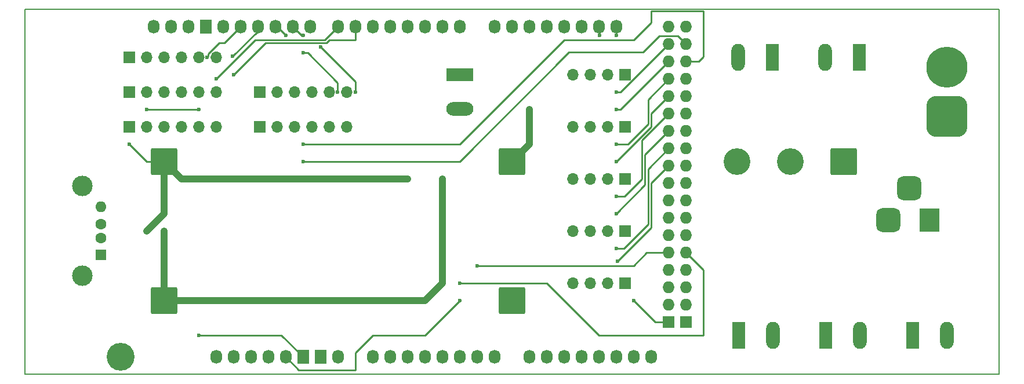
<source format=gbr>
%TF.GenerationSoftware,KiCad,Pcbnew,6.0.2+dfsg-1*%
%TF.CreationDate,2023-05-04T17:56:36+06:00*%
%TF.ProjectId,mega_model,6d656761-5f6d-46f6-9465-6c2e6b696361,rev?*%
%TF.SameCoordinates,Original*%
%TF.FileFunction,Copper,L1,Top*%
%TF.FilePolarity,Positive*%
%FSLAX46Y46*%
G04 Gerber Fmt 4.6, Leading zero omitted, Abs format (unit mm)*
G04 Created by KiCad (PCBNEW 6.0.2+dfsg-1) date 2023-05-04 17:56:36*
%MOMM*%
%LPD*%
G01*
G04 APERTURE LIST*
G04 Aperture macros list*
%AMRoundRect*
0 Rectangle with rounded corners*
0 $1 Rounding radius*
0 $2 $3 $4 $5 $6 $7 $8 $9 X,Y pos of 4 corners*
0 Add a 4 corners polygon primitive as box body*
4,1,4,$2,$3,$4,$5,$6,$7,$8,$9,$2,$3,0*
0 Add four circle primitives for the rounded corners*
1,1,$1+$1,$2,$3*
1,1,$1+$1,$4,$5*
1,1,$1+$1,$6,$7*
1,1,$1+$1,$8,$9*
0 Add four rect primitives between the rounded corners*
20,1,$1+$1,$2,$3,$4,$5,0*
20,1,$1+$1,$4,$5,$6,$7,0*
20,1,$1+$1,$6,$7,$8,$9,0*
20,1,$1+$1,$8,$9,$2,$3,0*%
G04 Aperture macros list end*
%TA.AperFunction,Profile*%
%ADD10C,0.150000*%
%TD*%
%TA.AperFunction,ComponentPad*%
%ADD11RoundRect,0.250002X-1.699998X-1.699998X1.699998X-1.699998X1.699998X1.699998X-1.699998X1.699998X0*%
%TD*%
%TA.AperFunction,ComponentPad*%
%ADD12R,1.727200X1.727200*%
%TD*%
%TA.AperFunction,ComponentPad*%
%ADD13O,1.727200X1.727200*%
%TD*%
%TA.AperFunction,ComponentPad*%
%ADD14O,1.727200X2.032000*%
%TD*%
%TA.AperFunction,ComponentPad*%
%ADD15R,1.727200X2.032000*%
%TD*%
%TA.AperFunction,ComponentPad*%
%ADD16C,4.064000*%
%TD*%
%TA.AperFunction,ComponentPad*%
%ADD17O,1.600000X1.600000*%
%TD*%
%TA.AperFunction,ComponentPad*%
%ADD18C,1.600000*%
%TD*%
%TA.AperFunction,ComponentPad*%
%ADD19R,1.600000X1.600000*%
%TD*%
%TA.AperFunction,ComponentPad*%
%ADD20C,3.000000*%
%TD*%
%TA.AperFunction,ComponentPad*%
%ADD21RoundRect,0.875000X0.875000X0.875000X-0.875000X0.875000X-0.875000X-0.875000X0.875000X-0.875000X0*%
%TD*%
%TA.AperFunction,ComponentPad*%
%ADD22R,3.000000X3.500000*%
%TD*%
%TA.AperFunction,ComponentPad*%
%ADD23O,1.980000X3.960000*%
%TD*%
%TA.AperFunction,ComponentPad*%
%ADD24R,1.980000X3.960000*%
%TD*%
%TA.AperFunction,ComponentPad*%
%ADD25RoundRect,0.250002X1.699998X1.699998X-1.699998X1.699998X-1.699998X-1.699998X1.699998X-1.699998X0*%
%TD*%
%TA.AperFunction,ComponentPad*%
%ADD26C,3.900000*%
%TD*%
%TA.AperFunction,ComponentPad*%
%ADD27R,1.700000X1.700000*%
%TD*%
%TA.AperFunction,ComponentPad*%
%ADD28O,1.700000X1.700000*%
%TD*%
%TA.AperFunction,ComponentPad*%
%ADD29RoundRect,1.500000X1.500000X-1.500000X1.500000X1.500000X-1.500000X1.500000X-1.500000X-1.500000X0*%
%TD*%
%TA.AperFunction,ComponentPad*%
%ADD30C,6.000000*%
%TD*%
%TA.AperFunction,ComponentPad*%
%ADD31R,3.960000X1.980000*%
%TD*%
%TA.AperFunction,ComponentPad*%
%ADD32O,3.960000X1.980000*%
%TD*%
%TA.AperFunction,ViaPad*%
%ADD33C,0.600000*%
%TD*%
%TA.AperFunction,Conductor*%
%ADD34C,1.000000*%
%TD*%
%TA.AperFunction,Conductor*%
%ADD35C,0.250000*%
%TD*%
G04 APERTURE END LIST*
D10*
X53340000Y-117475000D02*
X53340000Y-64135000D01*
X195580000Y-64135000D02*
X195580000Y-117475000D01*
X195580000Y-117475000D02*
X53340000Y-117475000D01*
X53340000Y-64135000D02*
X195580000Y-64135000D01*
D11*
%TO.P,J19,1,Pin_1*%
%TO.N,+12VA*%
X124460000Y-106680000D03*
%TD*%
%TO.P,J20,1,Pin_1*%
%TO.N,GND*%
X124460000Y-86360000D03*
%TD*%
%TO.P,J22,1,Pin_1*%
%TO.N,GND*%
X73660000Y-86360000D03*
%TD*%
%TO.P,J23,1,Pin_1*%
%TO.N,+5VA*%
X73660000Y-106680000D03*
%TD*%
D12*
%TO.P,P1,1,Pin_1*%
%TO.N,GND*%
X147320000Y-109855000D03*
%TO.P,P1,2,Pin_2*%
X149860000Y-109855000D03*
D13*
%TO.P,P1,3,Pin_3*%
%TO.N,/52(SCK)*%
X147320000Y-107315000D03*
%TO.P,P1,4,Pin_4*%
%TO.N,/53(SS)*%
X149860000Y-107315000D03*
%TO.P,P1,5,Pin_5*%
%TO.N,/50(MISO)*%
X147320000Y-104775000D03*
%TO.P,P1,6,Pin_6*%
%TO.N,/51(MOSI)*%
X149860000Y-104775000D03*
%TO.P,P1,7,Pin_7*%
%TO.N,/48*%
X147320000Y-102235000D03*
%TO.P,P1,8,Pin_8*%
%TO.N,/49*%
X149860000Y-102235000D03*
%TO.P,P1,9,Pin_9*%
%TO.N,/46*%
X147320000Y-99695000D03*
%TO.P,P1,10,Pin_10*%
%TO.N,/47*%
X149860000Y-99695000D03*
%TO.P,P1,11,Pin_11*%
%TO.N,/44*%
X147320000Y-97155000D03*
%TO.P,P1,12,Pin_12*%
%TO.N,/45*%
X149860000Y-97155000D03*
%TO.P,P1,13,Pin_13*%
%TO.N,/42*%
X147320000Y-94615000D03*
%TO.P,P1,14,Pin_14*%
%TO.N,/43*%
X149860000Y-94615000D03*
%TO.P,P1,15,Pin_15*%
%TO.N,/40*%
X147320000Y-92075000D03*
%TO.P,P1,16,Pin_16*%
%TO.N,/41*%
X149860000Y-92075000D03*
%TO.P,P1,17,Pin_17*%
%TO.N,/38*%
X147320000Y-89535000D03*
%TO.P,P1,18,Pin_18*%
%TO.N,/39*%
X149860000Y-89535000D03*
%TO.P,P1,19,Pin_19*%
%TO.N,/36*%
X147320000Y-86995000D03*
%TO.P,P1,20,Pin_20*%
%TO.N,/37*%
X149860000Y-86995000D03*
%TO.P,P1,21,Pin_21*%
%TO.N,/34*%
X147320000Y-84455000D03*
%TO.P,P1,22,Pin_22*%
%TO.N,/35*%
X149860000Y-84455000D03*
%TO.P,P1,23,Pin_23*%
%TO.N,/32*%
X147320000Y-81915000D03*
%TO.P,P1,24,Pin_24*%
%TO.N,/33*%
X149860000Y-81915000D03*
%TO.P,P1,25,Pin_25*%
%TO.N,/30*%
X147320000Y-79375000D03*
%TO.P,P1,26,Pin_26*%
%TO.N,/31*%
X149860000Y-79375000D03*
%TO.P,P1,27,Pin_27*%
%TO.N,/28*%
X147320000Y-76835000D03*
%TO.P,P1,28,Pin_28*%
%TO.N,/29*%
X149860000Y-76835000D03*
%TO.P,P1,29,Pin_29*%
%TO.N,/26*%
X147320000Y-74295000D03*
%TO.P,P1,30,Pin_30*%
%TO.N,/27*%
X149860000Y-74295000D03*
%TO.P,P1,31,Pin_31*%
%TO.N,/24*%
X147320000Y-71755000D03*
%TO.P,P1,32,Pin_32*%
%TO.N,/25*%
X149860000Y-71755000D03*
%TO.P,P1,33,Pin_33*%
%TO.N,/22*%
X147320000Y-69215000D03*
%TO.P,P1,34,Pin_34*%
%TO.N,/23*%
X149860000Y-69215000D03*
%TO.P,P1,35,Pin_35*%
%TO.N,+5V*%
X147320000Y-66675000D03*
%TO.P,P1,36,Pin_36*%
X149860000Y-66675000D03*
%TD*%
D14*
%TO.P,P2,1,Pin_1*%
%TO.N,unconnected-(P2-Pad1)*%
X81280000Y-114935000D03*
%TO.P,P2,2,Pin_2*%
%TO.N,/IOREF*%
X83820000Y-114935000D03*
%TO.P,P2,3,Pin_3*%
%TO.N,/Reset*%
X86360000Y-114935000D03*
%TO.P,P2,4,Pin_4*%
%TO.N,+3V3*%
X88900000Y-114935000D03*
%TO.P,P2,5,Pin_5*%
%TO.N,+5V*%
X91440000Y-114935000D03*
D15*
%TO.P,P2,6,Pin_6*%
%TO.N,GND*%
X93980000Y-114935000D03*
%TO.P,P2,7,Pin_7*%
X96520000Y-114935000D03*
D14*
%TO.P,P2,8,Pin_8*%
%TO.N,/Vin*%
X99060000Y-114935000D03*
%TD*%
%TO.P,P3,1,Pin_1*%
%TO.N,/A0*%
X104140000Y-114935000D03*
%TO.P,P3,2,Pin_2*%
%TO.N,/A1*%
X106680000Y-114935000D03*
%TO.P,P3,3,Pin_3*%
%TO.N,/A2*%
X109220000Y-114935000D03*
%TO.P,P3,4,Pin_4*%
%TO.N,/A3*%
X111760000Y-114935000D03*
%TO.P,P3,5,Pin_5*%
%TO.N,/A4*%
X114300000Y-114935000D03*
%TO.P,P3,6,Pin_6*%
%TO.N,/A5*%
X116840000Y-114935000D03*
%TO.P,P3,7,Pin_7*%
%TO.N,/A6*%
X119380000Y-114935000D03*
%TO.P,P3,8,Pin_8*%
%TO.N,/A7*%
X121920000Y-114935000D03*
%TD*%
%TO.P,P4,1,Pin_1*%
%TO.N,/A8*%
X127000000Y-114935000D03*
%TO.P,P4,2,Pin_2*%
%TO.N,/A9*%
X129540000Y-114935000D03*
%TO.P,P4,3,Pin_3*%
%TO.N,/A10*%
X132080000Y-114935000D03*
%TO.P,P4,4,Pin_4*%
%TO.N,/A11*%
X134620000Y-114935000D03*
%TO.P,P4,5,Pin_5*%
%TO.N,/A12*%
X137160000Y-114935000D03*
%TO.P,P4,6,Pin_6*%
%TO.N,/A13*%
X139700000Y-114935000D03*
%TO.P,P4,7,Pin_7*%
%TO.N,/A14*%
X142240000Y-114935000D03*
%TO.P,P4,8,Pin_8*%
%TO.N,/A15*%
X144780000Y-114935000D03*
%TD*%
%TO.P,P5,1,Pin_1*%
%TO.N,/21(SCL)*%
X72136000Y-66675000D03*
%TO.P,P5,2,Pin_2*%
%TO.N,/20(SDA)*%
X74676000Y-66675000D03*
%TO.P,P5,3,Pin_3*%
%TO.N,/AREF*%
X77216000Y-66675000D03*
D15*
%TO.P,P5,4,Pin_4*%
%TO.N,GND*%
X79756000Y-66675000D03*
D14*
%TO.P,P5,5,Pin_5*%
%TO.N,/13(\u002A\u002A)*%
X82296000Y-66675000D03*
%TO.P,P5,6,Pin_6*%
%TO.N,/12(\u002A\u002A)*%
X84836000Y-66675000D03*
%TO.P,P5,7,Pin_7*%
%TO.N,/11(\u002A\u002A)*%
X87376000Y-66675000D03*
%TO.P,P5,8,Pin_8*%
%TO.N,/10(\u002A\u002A)*%
X89916000Y-66675000D03*
%TO.P,P5,9,Pin_9*%
%TO.N,/9(\u002A\u002A)*%
X92456000Y-66675000D03*
%TO.P,P5,10,Pin_10*%
%TO.N,/8(\u002A\u002A)*%
X94996000Y-66675000D03*
%TD*%
%TO.P,P6,1,Pin_1*%
%TO.N,/7(\u002A\u002A)*%
X99060000Y-66675000D03*
%TO.P,P6,2,Pin_2*%
%TO.N,/6(\u002A\u002A)*%
X101600000Y-66675000D03*
%TO.P,P6,3,Pin_3*%
%TO.N,/5(\u002A\u002A)*%
X104140000Y-66675000D03*
%TO.P,P6,4,Pin_4*%
%TO.N,/4(\u002A\u002A)*%
X106680000Y-66675000D03*
%TO.P,P6,5,Pin_5*%
%TO.N,/3(\u002A\u002A)*%
X109220000Y-66675000D03*
%TO.P,P6,6,Pin_6*%
%TO.N,/2(\u002A\u002A)*%
X111760000Y-66675000D03*
%TO.P,P6,7,Pin_7*%
%TO.N,/1(Tx0)*%
X114300000Y-66675000D03*
%TO.P,P6,8,Pin_8*%
%TO.N,/0(Rx0)*%
X116840000Y-66675000D03*
%TD*%
%TO.P,P7,1,Pin_1*%
%TO.N,/14(Tx3)*%
X121920000Y-66675000D03*
%TO.P,P7,2,Pin_2*%
%TO.N,/15(Rx3)*%
X124460000Y-66675000D03*
%TO.P,P7,3,Pin_3*%
%TO.N,/16(Tx2)*%
X127000000Y-66675000D03*
%TO.P,P7,4,Pin_4*%
%TO.N,/17(Rx2)*%
X129540000Y-66675000D03*
%TO.P,P7,5,Pin_5*%
%TO.N,/18(Tx1)*%
X132080000Y-66675000D03*
%TO.P,P7,6,Pin_6*%
%TO.N,/19(Rx1)*%
X134620000Y-66675000D03*
%TO.P,P7,7,Pin_7*%
%TO.N,/20(SDA)*%
X137160000Y-66675000D03*
%TO.P,P7,8,Pin_8*%
%TO.N,/21(SCL)*%
X139700000Y-66675000D03*
%TD*%
D16*
%TO.P,P8,1,Pin_1*%
%TO.N,unconnected-(P8-Pad1)*%
X67310000Y-114935000D03*
%TD*%
D17*
%TO.P,J17,1,VBUS*%
%TO.N,+5VA*%
X64410000Y-93020000D03*
D18*
%TO.P,J17,2,D-*%
%TO.N,unconnected-(J17-Pad2)*%
X64410000Y-95520000D03*
%TO.P,J17,3,D+*%
%TO.N,unconnected-(J17-Pad3)*%
X64410000Y-97520000D03*
D19*
%TO.P,J17,4,GND*%
%TO.N,GND*%
X64410000Y-100020000D03*
D20*
%TO.P,J17,5,Shield*%
%TO.N,unconnected-(J17-Pad5)*%
X61700000Y-103090000D03*
X61700000Y-89950000D03*
%TD*%
D21*
%TO.P,J18,3*%
%TO.N,N/C*%
X182420000Y-90237500D03*
D22*
%TO.P,J18,2*%
%TO.N,GND*%
X185420000Y-94937500D03*
D21*
%TO.P,J18,1*%
%TO.N,+12V*%
X179420000Y-94937500D03*
%TD*%
D23*
%TO.P,J11,1,Pin_1*%
%TO.N,+12VA*%
X175260000Y-111760000D03*
D24*
%TO.P,J11,2,Pin_2*%
%TO.N,GND*%
X170260000Y-111760000D03*
%TD*%
D25*
%TO.P,SW1,1,A*%
%TO.N,unconnected-(SW1-Pad1)*%
X172900000Y-86360000D03*
D26*
%TO.P,SW1,2,B*%
%TO.N,+12V*%
X165100000Y-86360000D03*
%TO.P,SW1,3,C*%
%TO.N,+12VA*%
X157300000Y-86360000D03*
%TD*%
D27*
%TO.P,J9,1,Pin_1*%
%TO.N,GND*%
X87630000Y-81280000D03*
D28*
%TO.P,J9,2,Pin_2*%
%TO.N,+5VA*%
X90170000Y-81280000D03*
%TO.P,J9,3,Pin_3*%
X92710000Y-81280000D03*
%TO.P,J9,4,Pin_4*%
X95250000Y-81280000D03*
%TO.P,J9,5,Pin_5*%
%TO.N,/47*%
X97790000Y-81280000D03*
%TO.P,J9,6,Pin_6*%
%TO.N,/46*%
X100330000Y-81280000D03*
%TD*%
D27*
%TO.P,J10,1,Pin_1*%
%TO.N,GND*%
X68580000Y-81280000D03*
D28*
%TO.P,J10,2,Pin_2*%
%TO.N,+5VA*%
X71120000Y-81280000D03*
%TO.P,J10,3,Pin_3*%
X73660000Y-81280000D03*
%TO.P,J10,4,Pin_4*%
X76200000Y-81280000D03*
%TO.P,J10,5,Pin_5*%
%TO.N,/23*%
X78740000Y-81280000D03*
%TO.P,J10,6,Pin_6*%
%TO.N,/25*%
X81280000Y-81280000D03*
%TD*%
D27*
%TO.P,J2,1,Pin_1*%
%TO.N,GND*%
X140960000Y-88925000D03*
D28*
%TO.P,J2,2,Pin_2*%
%TO.N,/28*%
X138420000Y-88925000D03*
%TO.P,J2,3,Pin_3*%
%TO.N,/26*%
X135880000Y-88925000D03*
%TO.P,J2,4,Pin_4*%
%TO.N,+5V*%
X133340000Y-88925000D03*
%TD*%
%TO.P,J5,1,Pin_1*%
%TO.N,+5V*%
X133360000Y-73635000D03*
%TO.P,J5,2,Pin_2*%
%TO.N,/20(SDA)*%
X135900000Y-73635000D03*
%TO.P,J5,3,Pin_3*%
%TO.N,/21(SCL)*%
X138440000Y-73635000D03*
D27*
%TO.P,J5,4,Pin_4*%
%TO.N,GND*%
X140980000Y-73635000D03*
%TD*%
D23*
%TO.P,J15,1,Pin_1*%
%TO.N,+12VA*%
X162560000Y-111760000D03*
D24*
%TO.P,J15,2,Pin_2*%
%TO.N,GND*%
X157560000Y-111760000D03*
%TD*%
D27*
%TO.P,J1,1,Pin_1*%
%TO.N,GND*%
X140960000Y-81305000D03*
D28*
%TO.P,J1,2,Pin_2*%
%TO.N,/24*%
X138420000Y-81305000D03*
%TO.P,J1,3,Pin_3*%
%TO.N,/22*%
X135880000Y-81305000D03*
%TO.P,J1,4,Pin_4*%
%TO.N,+5V*%
X133340000Y-81305000D03*
%TD*%
D27*
%TO.P,J7,1,Pin_1*%
%TO.N,GND*%
X87630000Y-76200000D03*
D28*
%TO.P,J7,2,Pin_2*%
%TO.N,+5VA*%
X90170000Y-76200000D03*
%TO.P,J7,3,Pin_3*%
X92710000Y-76200000D03*
%TO.P,J7,4,Pin_4*%
X95250000Y-76200000D03*
%TO.P,J7,5,Pin_5*%
%TO.N,/10(\u002A\u002A)*%
X97790000Y-76200000D03*
%TO.P,J7,6,Pin_6*%
%TO.N,/9(\u002A\u002A)*%
X100330000Y-76200000D03*
%TD*%
D23*
%TO.P,J12,1,Pin_1*%
%TO.N,+12VA*%
X187960000Y-111760000D03*
D24*
%TO.P,J12,2,Pin_2*%
%TO.N,GND*%
X182960000Y-111760000D03*
%TD*%
D27*
%TO.P,J3,1,Pin_1*%
%TO.N,GND*%
X140960000Y-96545000D03*
D28*
%TO.P,J3,2,Pin_2*%
%TO.N,/32*%
X138420000Y-96545000D03*
%TO.P,J3,3,Pin_3*%
%TO.N,/30*%
X135880000Y-96545000D03*
%TO.P,J3,4,Pin_4*%
%TO.N,+5V*%
X133340000Y-96545000D03*
%TD*%
D29*
%TO.P,J16,1,Pin_1*%
%TO.N,GND*%
X187960000Y-79800000D03*
D30*
%TO.P,J16,2,Pin_2*%
%TO.N,+12V*%
X187960000Y-72600000D03*
%TD*%
D31*
%TO.P,J21,1,Pin_1*%
%TO.N,GND*%
X116840000Y-73660000D03*
D32*
%TO.P,J21,2,Pin_2*%
%TO.N,+5VA*%
X116840000Y-78660000D03*
%TD*%
D27*
%TO.P,J4,1,Pin_1*%
%TO.N,GND*%
X140960000Y-104165000D03*
D28*
%TO.P,J4,2,Pin_2*%
%TO.N,/36*%
X138420000Y-104165000D03*
%TO.P,J4,3,Pin_3*%
%TO.N,/34*%
X135880000Y-104165000D03*
%TO.P,J4,4,Pin_4*%
%TO.N,+5V*%
X133340000Y-104165000D03*
%TD*%
D23*
%TO.P,J14,1,Pin_1*%
%TO.N,+12VA*%
X170180000Y-71120000D03*
D24*
%TO.P,J14,2,Pin_2*%
%TO.N,GND*%
X175180000Y-71120000D03*
%TD*%
D27*
%TO.P,J6,1,Pin_1*%
%TO.N,GND*%
X68580000Y-71120000D03*
D28*
%TO.P,J6,2,Pin_2*%
%TO.N,+5VA*%
X71120000Y-71120000D03*
%TO.P,J6,3,Pin_3*%
X73660000Y-71120000D03*
%TO.P,J6,4,Pin_4*%
X76200000Y-71120000D03*
%TO.P,J6,5,Pin_5*%
%TO.N,/12(\u002A\u002A)*%
X78740000Y-71120000D03*
%TO.P,J6,6,Pin_6*%
%TO.N,/11(\u002A\u002A)*%
X81280000Y-71120000D03*
%TD*%
D23*
%TO.P,J13,1,Pin_1*%
%TO.N,+12VA*%
X157480000Y-71120000D03*
D24*
%TO.P,J13,2,Pin_2*%
%TO.N,GND*%
X162480000Y-71120000D03*
%TD*%
D27*
%TO.P,J8,1,Pin_1*%
%TO.N,GND*%
X68580000Y-76200000D03*
D28*
%TO.P,J8,2,Pin_2*%
%TO.N,+5VA*%
X71120000Y-76200000D03*
%TO.P,J8,3,Pin_3*%
X73660000Y-76200000D03*
%TO.P,J8,4,Pin_4*%
X76200000Y-76200000D03*
%TO.P,J8,5,Pin_5*%
%TO.N,/7(\u002A\u002A)*%
X78740000Y-76200000D03*
%TO.P,J8,6,Pin_6*%
%TO.N,/6(\u002A\u002A)*%
X81280000Y-76200000D03*
%TD*%
D33*
%TO.N,GND*%
X127000000Y-78740000D03*
X142240000Y-106680000D03*
X109220000Y-88900000D03*
X71120000Y-78740000D03*
X78740000Y-78740000D03*
X71120000Y-96520000D03*
X68580000Y-83820000D03*
X78740000Y-111760000D03*
%TO.N,/46*%
X119380000Y-101600000D03*
%TO.N,/47*%
X116840000Y-104140000D03*
%TO.N,/36*%
X139833955Y-100975500D03*
%TO.N,/34*%
X139700000Y-99060000D03*
%TO.N,/32*%
X139700000Y-93980000D03*
%TO.N,/30*%
X139700000Y-91440000D03*
%TO.N,/28*%
X139700000Y-86360000D03*
%TO.N,/26*%
X139700000Y-83820000D03*
%TO.N,/24*%
X139700000Y-78740000D03*
%TO.N,/25*%
X93980000Y-83820000D03*
%TO.N,/22*%
X139700000Y-76200000D03*
%TO.N,/23*%
X93980000Y-86360000D03*
%TO.N,+5V*%
X116840000Y-106680000D03*
%TO.N,+5VA*%
X73660000Y-96520000D03*
X114300000Y-88900000D03*
%TO.N,/12(\u002A\u002A)*%
X79930497Y-71120000D03*
%TO.N,/11(\u002A\u002A)*%
X83690661Y-70990661D03*
%TO.N,/10(\u002A\u002A)*%
X93980000Y-70495500D03*
X91440000Y-67955500D03*
X98980497Y-76200000D03*
%TO.N,/9(\u002A\u002A)*%
X96520000Y-69654020D03*
X101600000Y-76200000D03*
X93980000Y-67955500D03*
%TO.N,/7(\u002A\u002A)*%
X81280000Y-74284500D03*
%TO.N,/6(\u002A\u002A)*%
X83820000Y-73660000D03*
%TO.N,/20(SDA)*%
X137232557Y-67955500D03*
%TO.N,/21(SCL)*%
X139700000Y-67955500D03*
%TD*%
D34*
%TO.N,GND*%
X127000000Y-78740000D02*
X127000000Y-83820000D01*
X127000000Y-83820000D02*
X124460000Y-86360000D01*
D35*
X142240000Y-106680000D02*
X145415000Y-109855000D01*
X93980000Y-114935000D02*
X90805000Y-111760000D01*
X145415000Y-109855000D02*
X147320000Y-109855000D01*
X71120000Y-86360000D02*
X73660000Y-86360000D01*
X90805000Y-111760000D02*
X78740000Y-111760000D01*
X68580000Y-83820000D02*
X71120000Y-86360000D01*
D34*
X73660000Y-93980000D02*
X73660000Y-86360000D01*
X76200000Y-88900000D02*
X109220000Y-88900000D01*
X73660000Y-86360000D02*
X76200000Y-88900000D01*
X71120000Y-96520000D02*
X73660000Y-93980000D01*
D35*
X71120000Y-78740000D02*
X78740000Y-78740000D01*
%TO.N,/46*%
X119380000Y-101600000D02*
X142240000Y-101600000D01*
X144145000Y-99695000D02*
X147320000Y-99695000D01*
X142240000Y-101600000D02*
X144145000Y-99695000D01*
%TO.N,/47*%
X152400000Y-111760000D02*
X152400000Y-102235000D01*
X129540000Y-104140000D02*
X137160000Y-111760000D01*
X116840000Y-104140000D02*
X129540000Y-104140000D01*
X152400000Y-102235000D02*
X149860000Y-99695000D01*
X137160000Y-111760000D02*
X152400000Y-111760000D01*
%TO.N,/36*%
X144780000Y-89535000D02*
X147320000Y-86995000D01*
X139833955Y-100975500D02*
X144780000Y-96029455D01*
X144780000Y-96029455D02*
X144780000Y-89535000D01*
%TO.N,/34*%
X144330480Y-95523542D02*
X140794022Y-99060000D01*
X144330480Y-93980000D02*
X144330480Y-95523542D01*
X144330480Y-87444520D02*
X144330480Y-93980000D01*
X140794022Y-99060000D02*
X139700000Y-99060000D01*
X147320000Y-84455000D02*
X144330480Y-87444520D01*
%TO.N,/32*%
X143880960Y-85354040D02*
X147320000Y-81915000D01*
X139700000Y-93980000D02*
X143880960Y-89799040D01*
X143880960Y-89799040D02*
X143880960Y-85354040D01*
%TO.N,/30*%
X143431440Y-88900000D02*
X140891440Y-91440000D01*
X140891440Y-91440000D02*
X139700000Y-91440000D01*
X143431440Y-83263560D02*
X143431440Y-88900000D01*
X147320000Y-79375000D02*
X143431440Y-83263560D01*
%TO.N,/28*%
X144780000Y-79375000D02*
X147320000Y-76835000D01*
X144780000Y-81279282D02*
X144780000Y-79375000D01*
X139700000Y-86360000D02*
X139700000Y-86359282D01*
X139700000Y-86359282D02*
X144780000Y-81279282D01*
%TO.N,/26*%
X144330480Y-77284520D02*
X144330480Y-80846343D01*
X147320000Y-74295000D02*
X144330480Y-77284520D01*
X144330480Y-80846343D02*
X141356823Y-83820000D01*
X141356823Y-83820000D02*
X139700000Y-83820000D01*
%TO.N,/24*%
X140335000Y-78740000D02*
X147320000Y-71755000D01*
X139700000Y-78740000D02*
X140335000Y-78740000D01*
%TO.N,/25*%
X152400000Y-64334520D02*
X152400000Y-71059022D01*
X93980000Y-83820000D02*
X116840000Y-83820000D01*
X142240000Y-68580000D02*
X144780000Y-66040000D01*
X151704022Y-71755000D02*
X149860000Y-71755000D01*
X152400000Y-71059022D02*
X151704022Y-71755000D01*
X144780000Y-66040000D02*
X144780000Y-64334520D01*
X132080000Y-68580000D02*
X142240000Y-68580000D01*
X116840000Y-83820000D02*
X132080000Y-68580000D01*
X144780000Y-64334520D02*
X152400000Y-64334520D01*
%TO.N,/22*%
X140335000Y-76200000D02*
X139700000Y-76200000D01*
X147320000Y-69215000D02*
X140335000Y-76200000D01*
%TO.N,/23*%
X93980000Y-86360000D02*
X116840000Y-86360000D01*
X116840000Y-86360000D02*
X132796889Y-70403111D01*
X148671889Y-68026889D02*
X149860000Y-69215000D01*
X143592606Y-70403111D02*
X145968828Y-68026889D01*
X145968828Y-68026889D02*
X148671889Y-68026889D01*
X132796889Y-70403111D02*
X143592606Y-70403111D01*
%TO.N,+5V*%
X116840000Y-106680000D02*
X111760000Y-111760000D01*
X93345000Y-116840000D02*
X91440000Y-114935000D01*
X101600000Y-114300000D02*
X101600000Y-116840000D01*
X104140000Y-111760000D02*
X101600000Y-114300000D01*
X111760000Y-111760000D02*
X104140000Y-111760000D01*
X101600000Y-116840000D02*
X93345000Y-116840000D01*
D34*
%TO.N,+5VA*%
X114300000Y-104140000D02*
X111760000Y-106680000D01*
X73660000Y-96520000D02*
X73660000Y-106680000D01*
X114300000Y-88900000D02*
X114300000Y-104140000D01*
X111760000Y-106680000D02*
X73660000Y-106680000D01*
D35*
%TO.N,/12(\u002A\u002A)*%
X79930497Y-71120000D02*
X80105489Y-70945008D01*
X82454511Y-69056489D02*
X84836000Y-66675000D01*
X80105489Y-70633501D02*
X81682501Y-69056489D01*
X80105489Y-70945008D02*
X80105489Y-70633501D01*
X81682501Y-69056489D02*
X82454511Y-69056489D01*
%TO.N,/11(\u002A\u002A)*%
X83690661Y-70990661D02*
X87376000Y-67305322D01*
X87376000Y-67305322D02*
X87376000Y-66675000D01*
%TO.N,/10(\u002A\u002A)*%
X98980497Y-74850497D02*
X94625500Y-70495500D01*
X91440000Y-67955500D02*
X90159500Y-66675000D01*
X94625500Y-70495500D02*
X93980000Y-70495500D01*
X98980497Y-76200000D02*
X98980497Y-74850497D01*
X90159500Y-66675000D02*
X89916000Y-66675000D01*
%TO.N,/9(\u002A\u002A)*%
X93736500Y-67955500D02*
X92456000Y-66675000D01*
X93980000Y-67955500D02*
X93736500Y-67955500D01*
X101600000Y-74734020D02*
X96520000Y-69654020D01*
X101600000Y-76200000D02*
X101600000Y-74734020D01*
%TO.N,/7(\u002A\u002A)*%
X97155000Y-68580000D02*
X99060000Y-66675000D01*
X81280000Y-74284500D02*
X86984500Y-68580000D01*
X86984500Y-68580000D02*
X97155000Y-68580000D01*
%TO.N,/6(\u002A\u002A)*%
X97341198Y-69029520D02*
X97790718Y-68580000D01*
X88450480Y-69029520D02*
X97341198Y-69029520D01*
X83820000Y-73660000D02*
X88450480Y-69029520D01*
X101600000Y-68580000D02*
X101600000Y-66675000D01*
X97790718Y-68580000D02*
X101600000Y-68580000D01*
%TO.N,/20(SDA)*%
X137232557Y-66747557D02*
X137160000Y-66675000D01*
X74676000Y-65858520D02*
X74676000Y-66675000D01*
X137232557Y-67955500D02*
X137232557Y-66747557D01*
%TO.N,/21(SCL)*%
X139700000Y-66675000D02*
X139700000Y-67955500D01*
%TD*%
M02*

</source>
